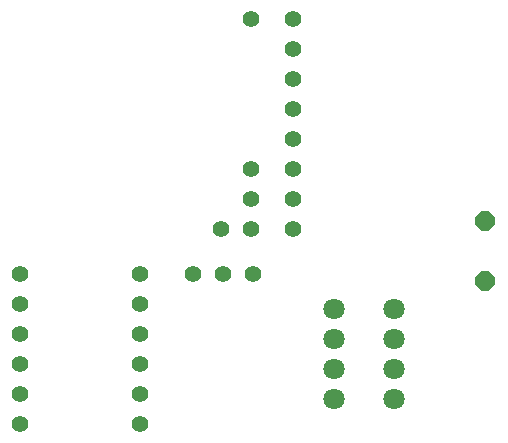
<source format=gbl>
G75*
%MOIN*%
%OFA0B0*%
%FSLAX24Y24*%
%IPPOS*%
%LPD*%
%AMOC8*
5,1,8,0,0,1.08239X$1,22.5*
%
%ADD10C,0.0555*%
%ADD11C,0.0712*%
%ADD12OC8,0.0640*%
D10*
X004200Y000660D03*
X004200Y001660D03*
X004200Y002660D03*
X004200Y003660D03*
X004200Y004660D03*
X004200Y005660D03*
X008200Y005660D03*
X008200Y004660D03*
X008200Y003660D03*
X008200Y002660D03*
X008200Y001660D03*
X008200Y000660D03*
X009950Y005660D03*
X010950Y005660D03*
X011950Y005660D03*
X011900Y007160D03*
X010900Y007160D03*
X011900Y008160D03*
X011900Y009160D03*
X013300Y009160D03*
X013300Y008160D03*
X013300Y007160D03*
X013300Y010160D03*
X013300Y011160D03*
X013300Y012160D03*
X013300Y013160D03*
X013300Y014160D03*
X011900Y014160D03*
D11*
X014653Y004514D03*
X014653Y003514D03*
X014653Y002514D03*
X014653Y001514D03*
X016653Y001514D03*
X016653Y002514D03*
X016653Y003514D03*
X016653Y004514D03*
D12*
X019700Y005416D03*
X019700Y007416D03*
M02*

</source>
